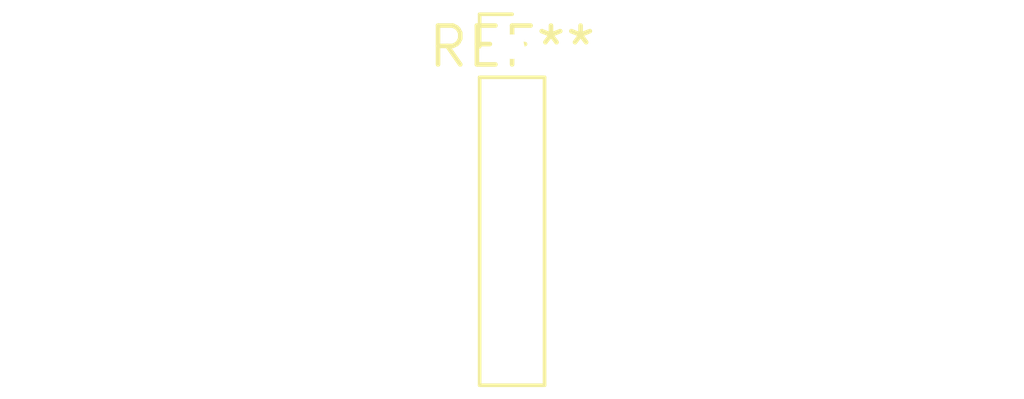
<source format=kicad_pcb>
(kicad_pcb (version 20240108) (generator pcbnew)
  (layers (0 "F.Cu" signal) (31 "B.Cu" signal) (34 "B.Paste" user) (35 "F.Paste" user) (36 "B.SilkS" user "B.Silkscreen") (37 "F.SilkS" user "F.Silkscreen") (38 "B.Mask" user) (39 "F.Mask" user) (44 "Edge.Cuts" user))
  (net 0 "")
  (footprint "PinHeader_1x06_P2.00mm_Vertical" (layer "F.Cu") (at 0 0)
    (property "Reference" "REF**")
    (property "Value" "PinHeader_1x06_P2.00mm_Vertical")
    (fp_line (start -1.06 -1.06) (end 0 -1.06) (layer "F.SilkS") (stroke (width 0.12)))
    (fp_line (start -1.06 0) (end -1.06 -1.06) (layer "F.SilkS") (stroke (width 0.12)))
    (fp_line (start -1.06 1) (end -1.06 11.06) (layer "F.SilkS") (stroke (width 0.12)))
    (fp_line (start -1.06 1) (end 1.06 1) (layer "F.SilkS") (stroke (width 0.12)))
    (fp_line (start -1.06 11.06) (end 1.06 11.06) (layer "F.SilkS") (stroke (width 0.12)))
    (fp_line (start 1.06 1) (end 1.06 11.06) (layer "F.SilkS") (stroke (width 0.12)))
    (pad "1" thru_hole rect (at 0 0) (size 1.35 1.35) (drill 0.8) (layers *.Cu *.Mask) (remove_unused_layers))
    (pad "2" thru_hole oval (at 0 2) (size 1.35 1.35) (drill 0.8) (layers *.Cu *.Mask) (remove_unused_layers))
    (pad "3" thru_hole oval (at 0 4) (size 1.35 1.35) (drill 0.8) (layers *.Cu *.Mask) (remove_unused_layers))
    (pad "4" thru_hole oval (at 0 6) (size 1.35 1.35) (drill 0.8) (layers *.Cu *.Mask) (remove_unused_layers))
    (pad "5" thru_hole oval (at 0 8) (size 1.35 1.35) (drill 0.8) (layers *.Cu *.Mask) (remove_unused_layers))
    (pad "6" thru_hole oval (at 0 10) (size 1.35 1.35) (drill 0.8) (layers *.Cu *.Mask) (remove_unused_layers))
  )
)
</source>
